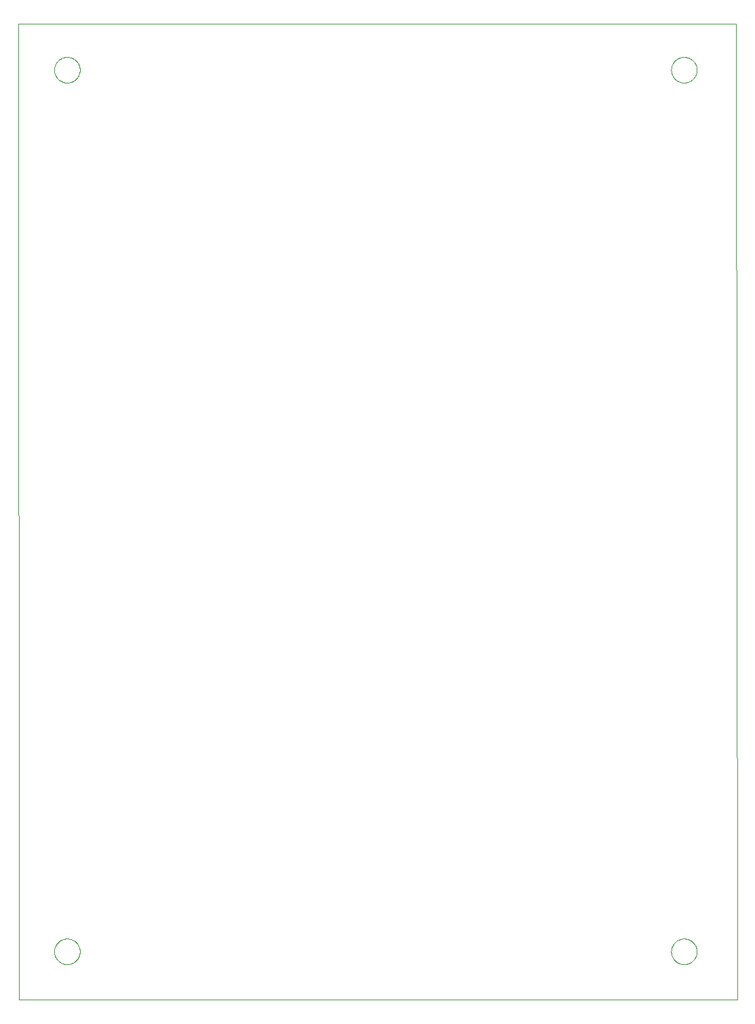
<source format=gbp>
From 5851c4758d3301851cf58e0ec3b42c7f93c7ca77 Mon Sep 17 00:00:00 2001
From: William Harrington <kb0iic@berzerkula.org>
Date: Thu, 17 May 2018 20:54:06 -0500
Subject: Populate repository from main eagle directory in user's document
 library.

---
 eagle/Arduino_TLC5940/4in7Segment.GBP | 1021 +++++++++++++++++++++++++++++++++
 1 file changed, 1021 insertions(+)
 create mode 100755 eagle/Arduino_TLC5940/4in7Segment.GBP

(limited to 'eagle/Arduino_TLC5940/4in7Segment.GBP')

diff --git a/eagle/Arduino_TLC5940/4in7Segment.GBP b/eagle/Arduino_TLC5940/4in7Segment.GBP
new file mode 100755
index 0000000..c2133ba
--- /dev/null
+++ b/eagle/Arduino_TLC5940/4in7Segment.GBP
@@ -0,0 +1,1021 @@
+G75*
+%MOIN*%
+%OFA0B0*%
+%FSLAX25Y25*%
+%IPPOS*%
+%LPD*%
+%AMOC8*
+5,1,8,0,0,1.08239X$1,22.5*
+%
+%ADD10C,0.00000*%
+D10*
+X0001500Y0005137D02*
+X0001000Y0484338D01*
+X0353921Y0484338D01*
+X0354421Y0005137D01*
+X0001500Y0005137D01*
+X0018823Y0028759D02*
+X0018825Y0028917D01*
+X0018831Y0029075D01*
+X0018841Y0029233D01*
+X0018855Y0029391D01*
+X0018873Y0029548D01*
+X0018894Y0029705D01*
+X0018920Y0029861D01*
+X0018950Y0030017D01*
+X0018983Y0030172D01*
+X0019021Y0030325D01*
+X0019062Y0030478D01*
+X0019107Y0030630D01*
+X0019156Y0030781D01*
+X0019209Y0030930D01*
+X0019265Y0031078D01*
+X0019325Y0031224D01*
+X0019389Y0031369D01*
+X0019457Y0031512D01*
+X0019528Y0031654D01*
+X0019602Y0031794D01*
+X0019680Y0031931D01*
+X0019762Y0032067D01*
+X0019846Y0032201D01*
+X0019935Y0032332D01*
+X0020026Y0032461D01*
+X0020121Y0032588D01*
+X0020218Y0032713D01*
+X0020319Y0032835D01*
+X0020423Y0032954D01*
+X0020530Y0033071D01*
+X0020640Y0033185D01*
+X0020753Y0033296D01*
+X0020868Y0033405D01*
+X0020986Y0033510D01*
+X0021107Y0033612D01*
+X0021230Y0033712D01*
+X0021356Y0033808D01*
+X0021484Y0033901D01*
+X0021614Y0033991D01*
+X0021747Y0034077D01*
+X0021882Y0034161D01*
+X0022018Y0034240D01*
+X0022157Y0034317D01*
+X0022298Y0034389D01*
+X0022440Y0034459D01*
+X0022584Y0034524D01*
+X0022730Y0034586D01*
+X0022877Y0034644D01*
+X0023026Y0034699D01*
+X0023176Y0034750D01*
+X0023327Y0034797D01*
+X0023479Y0034840D01*
+X0023632Y0034879D01*
+X0023787Y0034915D01*
+X0023942Y0034946D01*
+X0024098Y0034974D01*
+X0024254Y0034998D01*
+X0024411Y0035018D01*
+X0024569Y0035034D01*
+X0024726Y0035046D01*
+X0024885Y0035054D01*
+X0025043Y0035058D01*
+X0025201Y0035058D01*
+X0025359Y0035054D01*
+X0025518Y0035046D01*
+X0025675Y0035034D01*
+X0025833Y0035018D01*
+X0025990Y0034998D01*
+X0026146Y0034974D01*
+X0026302Y0034946D01*
+X0026457Y0034915D01*
+X0026612Y0034879D01*
+X0026765Y0034840D01*
+X0026917Y0034797D01*
+X0027068Y0034750D01*
+X0027218Y0034699D01*
+X0027367Y0034644D01*
+X0027514Y0034586D01*
+X0027660Y0034524D01*
+X0027804Y0034459D01*
+X0027946Y0034389D01*
+X0028087Y0034317D01*
+X0028226Y0034240D01*
+X0028362Y0034161D01*
+X0028497Y0034077D01*
+X0028630Y0033991D01*
+X0028760Y0033901D01*
+X0028888Y0033808D01*
+X0029014Y0033712D01*
+X0029137Y0033612D01*
+X0029258Y0033510D01*
+X0029376Y0033405D01*
+X0029491Y0033296D01*
+X0029604Y0033185D01*
+X0029714Y0033071D01*
+X0029821Y0032954D01*
+X0029925Y0032835D01*
+X0030026Y0032713D01*
+X0030123Y0032588D01*
+X0030218Y0032461D01*
+X0030309Y0032332D01*
+X0030398Y0032201D01*
+X0030482Y0032067D01*
+X0030564Y0031931D01*
+X0030642Y0031794D01*
+X0030716Y0031654D01*
+X0030787Y0031512D01*
+X0030855Y0031369D01*
+X0030919Y0031224D01*
+X0030979Y0031078D01*
+X0031035Y0030930D01*
+X0031088Y0030781D01*
+X0031137Y0030630D01*
+X0031182Y0030478D01*
+X0031223Y0030325D01*
+X0031261Y0030172D01*
+X0031294Y0030017D01*
+X0031324Y0029861D01*
+X0031350Y0029705D01*
+X0031371Y0029548D01*
+X0031389Y0029391D01*
+X0031403Y0029233D01*
+X0031413Y0029075D01*
+X0031419Y0028917D01*
+X0031421Y0028759D01*
+X0031419Y0028601D01*
+X0031413Y0028443D01*
+X0031403Y0028285D01*
+X0031389Y0028127D01*
+X0031371Y0027970D01*
+X0031350Y0027813D01*
+X0031324Y0027657D01*
+X0031294Y0027501D01*
+X0031261Y0027346D01*
+X0031223Y0027193D01*
+X0031182Y0027040D01*
+X0031137Y0026888D01*
+X0031088Y0026737D01*
+X0031035Y0026588D01*
+X0030979Y0026440D01*
+X0030919Y0026294D01*
+X0030855Y0026149D01*
+X0030787Y0026006D01*
+X0030716Y0025864D01*
+X0030642Y0025724D01*
+X0030564Y0025587D01*
+X0030482Y0025451D01*
+X0030398Y0025317D01*
+X0030309Y0025186D01*
+X0030218Y0025057D01*
+X0030123Y0024930D01*
+X0030026Y0024805D01*
+X0029925Y0024683D01*
+X0029821Y0024564D01*
+X0029714Y0024447D01*
+X0029604Y0024333D01*
+X0029491Y0024222D01*
+X0029376Y0024113D01*
+X0029258Y0024008D01*
+X0029137Y0023906D01*
+X0029014Y0023806D01*
+X0028888Y0023710D01*
+X0028760Y0023617D01*
+X0028630Y0023527D01*
+X0028497Y0023441D01*
+X0028362Y0023357D01*
+X0028226Y0023278D01*
+X0028087Y0023201D01*
+X0027946Y0023129D01*
+X0027804Y0023059D01*
+X0027660Y0022994D01*
+X0027514Y0022932D01*
+X0027367Y0022874D01*
+X0027218Y0022819D01*
+X0027068Y0022768D01*
+X0026917Y0022721D01*
+X0026765Y0022678D01*
+X0026612Y0022639D01*
+X0026457Y0022603D01*
+X0026302Y0022572D01*
+X0026146Y0022544D01*
+X0025990Y0022520D01*
+X0025833Y0022500D01*
+X0025675Y0022484D01*
+X0025518Y0022472D01*
+X0025359Y0022464D01*
+X0025201Y0022460D01*
+X0025043Y0022460D01*
+X0024885Y0022464D01*
+X0024726Y0022472D01*
+X0024569Y0022484D01*
+X0024411Y0022500D01*
+X0024254Y0022520D01*
+X0024098Y0022544D01*
+X0023942Y0022572D01*
+X0023787Y0022603D01*
+X0023632Y0022639D01*
+X0023479Y0022678D01*
+X0023327Y0022721D01*
+X0023176Y0022768D01*
+X0023026Y0022819D01*
+X0022877Y0022874D01*
+X0022730Y0022932D01*
+X0022584Y0022994D01*
+X0022440Y0023059D01*
+X0022298Y0023129D01*
+X0022157Y0023201D01*
+X0022018Y0023278D01*
+X0021882Y0023357D01*
+X0021747Y0023441D01*
+X0021614Y0023527D01*
+X0021484Y0023617D01*
+X0021356Y0023710D01*
+X0021230Y0023806D01*
+X0021107Y0023906D01*
+X0020986Y0024008D01*
+X0020868Y0024113D01*
+X0020753Y0024222D01*
+X0020640Y0024333D01*
+X0020530Y0024447D01*
+X0020423Y0024564D01*
+X0020319Y0024683D01*
+X0020218Y0024805D01*
+X0020121Y0024930D01*
+X0020026Y0025057D01*
+X0019935Y0025186D01*
+X0019846Y0025317D01*
+X0019762Y0025451D01*
+X0019680Y0025587D01*
+X0019602Y0025724D01*
+X0019528Y0025864D01*
+X0019457Y0026006D01*
+X0019389Y0026149D01*
+X0019325Y0026294D01*
+X0019265Y0026440D01*
+X0019209Y0026588D01*
+X0019156Y0026737D01*
+X0019107Y0026888D01*
+X0019062Y0027040D01*
+X0019021Y0027193D01*
+X0018983Y0027346D01*
+X0018950Y0027501D01*
+X0018920Y0027657D01*
+X0018894Y0027813D01*
+X0018873Y0027970D01*
+X0018855Y0028127D01*
+X0018841Y0028285D01*
+X0018831Y0028443D01*
+X0018825Y0028601D01*
+X0018823Y0028759D01*
+X0321973Y0028759D02*
+X0321975Y0028917D01*
+X0321981Y0029075D01*
+X0321991Y0029233D01*
+X0322005Y0029391D01*
+X0322023Y0029548D01*
+X0322044Y0029705D01*
+X0322070Y0029861D01*
+X0322100Y0030017D01*
+X0322133Y0030172D01*
+X0322171Y0030325D01*
+X0322212Y0030478D01*
+X0322257Y0030630D01*
+X0322306Y0030781D01*
+X0322359Y0030930D01*
+X0322415Y0031078D01*
+X0322475Y0031224D01*
+X0322539Y0031369D01*
+X0322607Y0031512D01*
+X0322678Y0031654D01*
+X0322752Y0031794D01*
+X0322830Y0031931D01*
+X0322912Y0032067D01*
+X0322996Y0032201D01*
+X0323085Y0032332D01*
+X0323176Y0032461D01*
+X0323271Y0032588D01*
+X0323368Y0032713D01*
+X0323469Y0032835D01*
+X0323573Y0032954D01*
+X0323680Y0033071D01*
+X0323790Y0033185D01*
+X0323903Y0033296D01*
+X0324018Y0033405D01*
+X0324136Y0033510D01*
+X0324257Y0033612D01*
+X0324380Y0033712D01*
+X0324506Y0033808D01*
+X0324634Y0033901D01*
+X0324764Y0033991D01*
+X0324897Y0034077D01*
+X0325032Y0034161D01*
+X0325168Y0034240D01*
+X0325307Y0034317D01*
+X0325448Y0034389D01*
+X0325590Y0034459D01*
+X0325734Y0034524D01*
+X0325880Y0034586D01*
+X0326027Y0034644D01*
+X0326176Y0034699D01*
+X0326326Y0034750D01*
+X0326477Y0034797D01*
+X0326629Y0034840D01*
+X0326782Y0034879D01*
+X0326937Y0034915D01*
+X0327092Y0034946D01*
+X0327248Y0034974D01*
+X0327404Y0034998D01*
+X0327561Y0035018D01*
+X0327719Y0035034D01*
+X0327876Y0035046D01*
+X0328035Y0035054D01*
+X0328193Y0035058D01*
+X0328351Y0035058D01*
+X0328509Y0035054D01*
+X0328668Y0035046D01*
+X0328825Y0035034D01*
+X0328983Y0035018D01*
+X0329140Y0034998D01*
+X0329296Y0034974D01*
+X0329452Y0034946D01*
+X0329607Y0034915D01*
+X0329762Y0034879D01*
+X0329915Y0034840D01*
+X0330067Y0034797D01*
+X0330218Y0034750D01*
+X0330368Y0034699D01*
+X0330517Y0034644D01*
+X0330664Y0034586D01*
+X0330810Y0034524D01*
+X0330954Y0034459D01*
+X0331096Y0034389D01*
+X0331237Y0034317D01*
+X0331376Y0034240D01*
+X0331512Y0034161D01*
+X0331647Y0034077D01*
+X0331780Y0033991D01*
+X0331910Y0033901D01*
+X0332038Y0033808D01*
+X0332164Y0033712D01*
+X0332287Y0033612D01*
+X0332408Y0033510D01*
+X0332526Y0033405D01*
+X0332641Y0033296D01*
+X0332754Y0033185D01*
+X0332864Y0033071D01*
+X0332971Y0032954D01*
+X0333075Y0032835D01*
+X0333176Y0032713D01*
+X0333273Y0032588D01*
+X0333368Y0032461D01*
+X0333459Y0032332D01*
+X0333548Y0032201D01*
+X0333632Y0032067D01*
+X0333714Y0031931D01*
+X0333792Y0031794D01*
+X0333866Y0031654D01*
+X0333937Y0031512D01*
+X0334005Y0031369D01*
+X0334069Y0031224D01*
+X0334129Y0031078D01*
+X0334185Y0030930D01*
+X0334238Y0030781D01*
+X0334287Y0030630D01*
+X0334332Y0030478D01*
+X0334373Y0030325D01*
+X0334411Y0030172D01*
+X0334444Y0030017D01*
+X0334474Y0029861D01*
+X0334500Y0029705D01*
+X0334521Y0029548D01*
+X0334539Y0029391D01*
+X0334553Y0029233D01*
+X0334563Y0029075D01*
+X0334569Y0028917D01*
+X0334571Y0028759D01*
+X0334569Y0028601D01*
+X0334563Y0028443D01*
+X0334553Y0028285D01*
+X0334539Y0028127D01*
+X0334521Y0027970D01*
+X0334500Y0027813D01*
+X0334474Y0027657D01*
+X0334444Y0027501D01*
+X0334411Y0027346D01*
+X0334373Y0027193D01*
+X0334332Y0027040D01*
+X0334287Y0026888D01*
+X0334238Y0026737D01*
+X0334185Y0026588D01*
+X0334129Y0026440D01*
+X0334069Y0026294D01*
+X0334005Y0026149D01*
+X0333937Y0026006D01*
+X0333866Y0025864D01*
+X0333792Y0025724D01*
+X0333714Y0025587D01*
+X0333632Y0025451D01*
+X0333548Y0025317D01*
+X0333459Y0025186D01*
+X0333368Y0025057D01*
+X0333273Y0024930D01*
+X0333176Y0024805D01*
+X0333075Y0024683D01*
+X0332971Y0024564D01*
+X0332864Y0024447D01*
+X0332754Y0024333D01*
+X0332641Y0024222D01*
+X0332526Y0024113D01*
+X0332408Y0024008D01*
+X0332287Y0023906D01*
+X0332164Y0023806D01*
+X0332038Y0023710D01*
+X0331910Y0023617D01*
+X0331780Y0023527D01*
+X0331647Y0023441D01*
+X0331512Y0023357D01*
+X0331376Y0023278D01*
+X0331237Y0023201D01*
+X0331096Y0023129D01*
+X0330954Y0023059D01*
+X0330810Y0022994D01*
+X0330664Y0022932D01*
+X0330517Y0022874D01*
+X0330368Y0022819D01*
+X0330218Y0022768D01*
+X0330067Y0022721D01*
+X0329915Y0022678D01*
+X0329762Y0022639D01*
+X0329607Y0022603D01*
+X0329452Y0022572D01*
+X0329296Y0022544D01*
+X0329140Y0022520D01*
+X0328983Y0022500D01*
+X0328825Y0022484D01*
+X0328668Y0022472D01*
+X0328509Y0022464D01*
+X0328351Y0022460D01*
+X0328193Y0022460D01*
+X0328035Y0022464D01*
+X0327876Y0022472D01*
+X0327719Y0022484D01*
+X0327561Y0022500D01*
+X0327404Y0022520D01*
+X0327248Y0022544D01*
+X0327092Y0022572D01*
+X0326937Y0022603D01*
+X0326782Y0022639D01*
+X0326629Y0022678D01*
+X0326477Y0022721D01*
+X0326326Y0022768D01*
+X0326176Y0022819D01*
+X0326027Y0022874D01*
+X0325880Y0022932D01*
+X0325734Y0022994D01*
+X0325590Y0023059D01*
+X0325448Y0023129D01*
+X0325307Y0023201D01*
+X0325168Y0023278D01*
+X0325032Y0023357D01*
+X0324897Y0023441D01*
+X0324764Y0023527D01*
+X0324634Y0023617D01*
+X0324506Y0023710D01*
+X0324380Y0023806D01*
+X0324257Y0023906D01*
+X0324136Y0024008D01*
+X0324018Y0024113D01*
+X0323903Y0024222D01*
+X0323790Y0024333D01*
+X0323680Y0024447D01*
+X0323573Y0024564D01*
+X0323469Y0024683D01*
+X0323368Y0024805D01*
+X0323271Y0024930D01*
+X0323176Y0025057D01*
+X0323085Y0025186D01*
+X0322996Y0025317D01*
+X0322912Y0025451D01*
+X0322830Y0025587D01*
+X0322752Y0025724D01*
+X0322678Y0025864D01*
+X0322607Y0026006D01*
+X0322539Y0026149D01*
+X0322475Y0026294D01*
+X0322415Y0026440D01*
+X0322359Y0026588D01*
+X0322306Y0026737D01*
+X0322257Y0026888D01*
+X0322212Y0027040D01*
+X0322171Y0027193D01*
+X0322133Y0027346D01*
+X0322100Y0027501D01*
+X0322070Y0027657D01*
+X0322044Y0027813D01*
+X0322023Y0027970D01*
+X0322005Y0028127D01*
+X0321991Y0028285D01*
+X0321981Y0028443D01*
+X0321975Y0028601D01*
+X0321973Y0028759D01*
+X0321973Y0461830D02*
+X0321975Y0461988D01*
+X0321981Y0462146D01*
+X0321991Y0462304D01*
+X0322005Y0462462D01*
+X0322023Y0462619D01*
+X0322044Y0462776D01*
+X0322070Y0462932D01*
+X0322100Y0463088D01*
+X0322133Y0463243D01*
+X0322171Y0463396D01*
+X0322212Y0463549D01*
+X0322257Y0463701D01*
+X0322306Y0463852D01*
+X0322359Y0464001D01*
+X0322415Y0464149D01*
+X0322475Y0464295D01*
+X0322539Y0464440D01*
+X0322607Y0464583D01*
+X0322678Y0464725D01*
+X0322752Y0464865D01*
+X0322830Y0465002D01*
+X0322912Y0465138D01*
+X0322996Y0465272D01*
+X0323085Y0465403D01*
+X0323176Y0465532D01*
+X0323271Y0465659D01*
+X0323368Y0465784D01*
+X0323469Y0465906D01*
+X0323573Y0466025D01*
+X0323680Y0466142D01*
+X0323790Y0466256D01*
+X0323903Y0466367D01*
+X0324018Y0466476D01*
+X0324136Y0466581D01*
+X0324257Y0466683D01*
+X0324380Y0466783D01*
+X0324506Y0466879D01*
+X0324634Y0466972D01*
+X0324764Y0467062D01*
+X0324897Y0467148D01*
+X0325032Y0467232D01*
+X0325168Y0467311D01*
+X0325307Y0467388D01*
+X0325448Y0467460D01*
+X0325590Y0467530D01*
+X0325734Y0467595D01*
+X0325880Y0467657D01*
+X0326027Y0467715D01*
+X0326176Y0467770D01*
+X0326326Y0467821D01*
+X0326477Y0467868D01*
+X0326629Y0467911D01*
+X0326782Y0467950D01*
+X0326937Y0467986D01*
+X0327092Y0468017D01*
+X0327248Y0468045D01*
+X0327404Y0468069D01*
+X0327561Y0468089D01*
+X0327719Y0468105D01*
+X0327876Y0468117D01*
+X0328035Y0468125D01*
+X0328193Y0468129D01*
+X0328351Y0468129D01*
+X0328509Y0468125D01*
+X0328668Y0468117D01*
+X0328825Y0468105D01*
+X0328983Y0468089D01*
+X0329140Y0468069D01*
+X0329296Y0468045D01*
+X0329452Y0468017D01*
+X0329607Y0467986D01*
+X0329762Y0467950D01*
+X0329915Y0467911D01*
+X0330067Y0467868D01*
+X0330218Y0467821D01*
+X0330368Y0467770D01*
+X0330517Y0467715D01*
+X0330664Y0467657D01*
+X0330810Y0467595D01*
+X0330954Y0467530D01*
+X0331096Y0467460D01*
+X0331237Y0467388D01*
+X0331376Y0467311D01*
+X0331512Y0467232D01*
+X0331647Y0467148D01*
+X0331780Y0467062D01*
+X0331910Y0466972D01*
+X0332038Y0466879D01*
+X0332164Y0466783D01*
+X0332287Y0466683D01*
+X0332408Y0466581D01*
+X0332526Y0466476D01*
+X0332641Y0466367D01*
+X0332754Y0466256D01*
+X0332864Y0466142D01*
+X0332971Y0466025D01*
+X0333075Y0465906D01*
+X0333176Y0465784D01*
+X0333273Y0465659D01*
+X0333368Y0465532D01*
+X0333459Y0465403D01*
+X0333548Y0465272D01*
+X0333632Y0465138D01*
+X0333714Y0465002D01*
+X0333792Y0464865D01*
+X0333866Y0464725D01*
+X0333937Y0464583D01*
+X0334005Y0464440D01*
+X0334069Y0464295D01*
+X0334129Y0464149D01*
+X0334185Y0464001D01*
+X0334238Y0463852D01*
+X0334287Y0463701D01*
+X0334332Y0463549D01*
+X0334373Y0463396D01*
+X0334411Y0463243D01*
+X0334444Y0463088D01*
+X0334474Y0462932D01*
+X0334500Y0462776D01*
+X0334521Y0462619D01*
+X0334539Y0462462D01*
+X0334553Y0462304D01*
+X0334563Y0462146D01*
+X0334569Y0461988D01*
+X0334571Y0461830D01*
+X0334569Y0461672D01*
+X0334563Y0461514D01*
+X0334553Y0461356D01*
+X0334539Y0461198D01*
+X0334521Y0461041D01*
+X0334500Y0460884D01*
+X0334474Y0460728D01*
+X0334444Y0460572D01*
+X0334411Y0460417D01*
+X0334373Y0460264D01*
+X0334332Y0460111D01*
+X0334287Y0459959D01*
+X0334238Y0459808D01*
+X0334185Y0459659D01*
+X0334129Y0459511D01*
+X0334069Y0459365D01*
+X0334005Y0459220D01*
+X0333937Y0459077D01*
+X0333866Y0458935D01*
+X0333792Y0458795D01*
+X0333714Y0458658D01*
+X0333632Y0458522D01*
+X0333548Y0458388D01*
+X0333459Y0458257D01*
+X0333368Y0458128D01*
+X0333273Y0458001D01*
+X0333176Y0457876D01*
+X0333075Y0457754D01*
+X0332971Y0457635D01*
+X0332864Y0457518D01*
+X0332754Y0457404D01*
+X0332641Y0457293D01*
+X0332526Y0457184D01*
+X0332408Y0457079D01*
+X0332287Y0456977D01*
+X0332164Y0456877D01*
+X0332038Y0456781D01*
+X0331910Y0456688D01*
+X0331780Y0456598D01*
+X0331647Y0456512D01*
+X0331512Y0456428D01*
+X0331376Y0456349D01*
+X0331237Y0456272D01*
+X0331096Y0456200D01*
+X0330954Y0456130D01*
+X0330810Y0456065D01*
+X0330664Y0456003D01*
+X0330517Y0455945D01*
+X0330368Y0455890D01*
+X0330218Y0455839D01*
+X0330067Y0455792D01*
+X0329915Y0455749D01*
+X0329762Y0455710D01*
+X0329607Y0455674D01*
+X0329452Y0455643D01*
+X0329296Y0455615D01*
+X0329140Y0455591D01*
+X0328983Y0455571D01*
+X0328825Y0455555D01*
+X0328668Y0455543D01*
+X0328509Y0455535D01*
+X0328351Y0455531D01*
+X0328193Y0455531D01*
+X0328035Y0455535D01*
+X0327876Y0455543D01*
+X0327719Y0455555D01*
+X0327561Y0455571D01*
+X0327404Y0455591D01*
+X0327248Y0455615D01*
+X0327092Y0455643D01*
+X0326937Y0455674D01*
+X0326782Y0455710D01*
+X0326629Y0455749D01*
+X0326477Y0455792D01*
+X0326326Y0455839D01*
+X0326176Y0455890D01*
+X0326027Y0455945D01*
+X0325880Y0456003D01*
+X0325734Y0456065D01*
+X0325590Y0456130D01*
+X0325448Y0456200D01*
+X0325307Y0456272D01*
+X0325168Y0456349D01*
+X0325032Y0456428D01*
+X0324897Y0456512D01*
+X0324764Y0456598D01*
+X0324634Y0456688D01*
+X0324506Y0456781D01*
+X0324380Y0456877D01*
+X0324257Y0456977D01*
+X0324136Y0457079D01*
+X0324018Y0457184D01*
+X0323903Y0457293D01*
+X0323790Y0457404D01*
+X0323680Y0457518D01*
+X0323573Y0457635D01*
+X0323469Y0457754D01*
+X0323368Y0457876D01*
+X0323271Y0458001D01*
+X0323176Y0458128D01*
+X0323085Y0458257D01*
+X0322996Y0458388D01*
+X0322912Y0458522D01*
+X0322830Y0458658D01*
+X0322752Y0458795D01*
+X0322678Y0458935D01*
+X0322607Y0459077D01*
+X0322539Y0459220D01*
+X0322475Y0459365D01*
+X0322415Y0459511D01*
+X0322359Y0459659D01*
+X0322306Y0459808D01*
+X0322257Y0459959D01*
+X0322212Y0460111D01*
+X0322171Y0460264D01*
+X0322133Y0460417D01*
+X0322100Y0460572D01*
+X0322070Y0460728D01*
+X0322044Y0460884D01*
+X0322023Y0461041D01*
+X0322005Y0461198D01*
+X0321991Y0461356D01*
+X0321981Y0461514D01*
+X0321975Y0461672D01*
+X0321973Y0461830D01*
+X0018823Y0461830D02*
+X0018825Y0461988D01*
+X0018831Y0462146D01*
+X0018841Y0462304D01*
+X0018855Y0462462D01*
+X0018873Y0462619D01*
+X0018894Y0462776D01*
+X0018920Y0462932D01*
+X0018950Y0463088D01*
+X0018983Y0463243D01*
+X0019021Y0463396D01*
+X0019062Y0463549D01*
+X0019107Y0463701D01*
+X0019156Y0463852D01*
+X0019209Y0464001D01*
+X0019265Y0464149D01*
+X0019325Y0464295D01*
+X0019389Y0464440D01*
+X0019457Y0464583D01*
+X0019528Y0464725D01*
+X0019602Y0464865D01*
+X0019680Y0465002D01*
+X0019762Y0465138D01*
+X0019846Y0465272D01*
+X0019935Y0465403D01*
+X0020026Y0465532D01*
+X0020121Y0465659D01*
+X0020218Y0465784D01*
+X0020319Y0465906D01*
+X0020423Y0466025D01*
+X0020530Y0466142D01*
+X0020640Y0466256D01*
+X0020753Y0466367D01*
+X0020868Y0466476D01*
+X0020986Y0466581D01*
+X0021107Y0466683D01*
+X0021230Y0466783D01*
+X0021356Y0466879D01*
+X0021484Y0466972D01*
+X0021614Y0467062D01*
+X0021747Y0467148D01*
+X0021882Y0467232D01*
+X0022018Y0467311D01*
+X0022157Y0467388D01*
+X0022298Y0467460D01*
+X0022440Y0467530D01*
+X0022584Y0467595D01*
+X0022730Y0467657D01*
+X0022877Y0467715D01*
+X0023026Y0467770D01*
+X0023176Y0467821D01*
+X0023327Y0467868D01*
+X0023479Y0467911D01*
+X0023632Y0467950D01*
+X0023787Y0467986D01*
+X0023942Y0468017D01*
+X0024098Y0468045D01*
+X0024254Y0468069D01*
+X0024411Y0468089D01*
+X0024569Y0468105D01*
+X0024726Y0468117D01*
+X0024885Y0468125D01*
+X0025043Y0468129D01*
+X0025201Y0468129D01*
+X0025359Y0468125D01*
+X0025518Y0468117D01*
+X0025675Y0468105D01*
+X0025833Y0468089D01*
+X0025990Y0468069D01*
+X0026146Y0468045D01*
+X0026302Y0468017D01*
+X0026457Y0467986D01*
+X0026612Y0467950D01*
+X0026765Y0467911D01*
+X0026917Y0467868D01*
+X0027068Y0467821D01*
+X0027218Y0467770D01*
+X0027367Y0467715D01*
+X0027514Y0467657D01*
+X0027660Y0467595D01*
+X0027804Y0467530D01*
+X0027946Y0467460D01*
+X0028087Y0467388D01*
+X0028226Y0467311D01*
+X0028362Y0467232D01*
+X0028497Y0467148D01*
+X0028630Y0467062D01*
+X0028760Y0466972D01*
+X0028888Y0466879D01*
+X0029014Y0466783D01*
+X0029137Y0466683D01*
+X0029258Y0466581D01*
+X0029376Y0466476D01*
+X0029491Y0466367D01*
+X0029604Y0466256D01*
+X0029714Y0466142D01*
+X0029821Y0466025D01*
+X0029925Y0465906D01*
+X0030026Y0465784D01*
+X0030123Y0465659D01*
+X0030218Y0465532D01*
+X0030309Y0465403D01*
+X0030398Y0465272D01*
+X0030482Y0465138D01*
+X0030564Y0465002D01*
+X0030642Y0464865D01*
+X0030716Y0464725D01*
+X0030787Y0464583D01*
+X0030855Y0464440D01*
+X0030919Y0464295D01*
+X0030979Y0464149D01*
+X0031035Y0464001D01*
+X0031088Y0463852D01*
+X0031137Y0463701D01*
+X0031182Y0463549D01*
+X0031223Y0463396D01*
+X0031261Y0463243D01*
+X0031294Y0463088D01*
+X0031324Y0462932D01*
+X0031350Y0462776D01*
+X0031371Y0462619D01*
+X0031389Y0462462D01*
+X0031403Y0462304D01*
+X0031413Y0462146D01*
+X0031419Y0461988D01*
+X0031421Y0461830D01*
+X0031419Y0461672D01*
+X0031413Y0461514D01*
+X0031403Y0461356D01*
+X0031389Y0461198D01*
+X0031371Y0461041D01*
+X0031350Y0460884D01*
+X0031324Y0460728D01*
+X0031294Y0460572D01*
+X0031261Y0460417D01*
+X0031223Y0460264D01*
+X0031182Y0460111D01*
+X0031137Y0459959D01*
+X0031088Y0459808D01*
+X0031035Y0459659D01*
+X0030979Y0459511D01*
+X0030919Y0459365D01*
+X0030855Y0459220D01*
+X0030787Y0459077D01*
+X0030716Y0458935D01*
+X0030642Y0458795D01*
+X0030564Y0458658D01*
+X0030482Y0458522D01*
+X0030398Y0458388D01*
+X0030309Y0458257D01*
+X0030218Y0458128D01*
+X0030123Y0458001D01*
+X0030026Y0457876D01*
+X0029925Y0457754D01*
+X0029821Y0457635D01*
+X0029714Y0457518D01*
+X0029604Y0457404D01*
+X0029491Y0457293D01*
+X0029376Y0457184D01*
+X0029258Y0457079D01*
+X0029137Y0456977D01*
+X0029014Y0456877D01*
+X0028888Y0456781D01*
+X0028760Y0456688D01*
+X0028630Y0456598D01*
+X0028497Y0456512D01*
+X0028362Y0456428D01*
+X0028226Y0456349D01*
+X0028087Y0456272D01*
+X0027946Y0456200D01*
+X0027804Y0456130D01*
+X0027660Y0456065D01*
+X0027514Y0456003D01*
+X0027367Y0455945D01*
+X0027218Y0455890D01*
+X0027068Y0455839D01*
+X0026917Y0455792D01*
+X0026765Y0455749D01*
+X0026612Y0455710D01*
+X0026457Y0455674D01*
+X0026302Y0455643D01*
+X0026146Y0455615D01*
+X0025990Y0455591D01*
+X0025833Y0455571D01*
+X0025675Y0455555D01*
+X0025518Y0455543D01*
+X0025359Y0455535D01*
+X0025201Y0455531D01*
+X0025043Y0455531D01*
+X0024885Y0455535D01*
+X0024726Y0455543D01*
+X0024569Y0455555D01*
+X0024411Y0455571D01*
+X0024254Y0455591D01*
+X0024098Y0455615D01*
+X0023942Y0455643D01*
+X0023787Y0455674D01*
+X0023632Y0455710D01*
+X0023479Y0455749D01*
+X0023327Y0455792D01*
+X0023176Y0455839D01*
+X0023026Y0455890D01*
+X0022877Y0455945D01*
+X0022730Y0456003D01*
+X0022584Y0456065D01*
+X0022440Y0456130D01*
+X0022298Y0456200D01*
+X0022157Y0456272D01*
+X0022018Y0456349D01*
+X0021882Y0456428D01*
+X0021747Y0456512D01*
+X0021614Y0456598D01*
+X0021484Y0456688D01*
+X0021356Y0456781D01*
+X0021230Y0456877D01*
+X0021107Y0456977D01*
+X0020986Y0457079D01*
+X0020868Y0457184D01*
+X0020753Y0457293D01*
+X0020640Y0457404D01*
+X0020530Y0457518D01*
+X0020423Y0457635D01*
+X0020319Y0457754D01*
+X0020218Y0457876D01*
+X0020121Y0458001D01*
+X0020026Y0458128D01*
+X0019935Y0458257D01*
+X0019846Y0458388D01*
+X0019762Y0458522D01*
+X0019680Y0458658D01*
+X0019602Y0458795D01*
+X0019528Y0458935D01*
+X0019457Y0459077D01*
+X0019389Y0459220D01*
+X0019325Y0459365D01*
+X0019265Y0459511D01*
+X0019209Y0459659D01*
+X0019156Y0459808D01*
+X0019107Y0459959D01*
+X0019062Y0460111D01*
+X0019021Y0460264D01*
+X0018983Y0460417D01*
+X0018950Y0460572D01*
+X0018920Y0460728D01*
+X0018894Y0460884D01*
+X0018873Y0461041D01*
+X0018855Y0461198D01*
+X0018841Y0461356D01*
+X0018831Y0461514D01*
+X0018825Y0461672D01*
+X0018823Y0461830D01*
+M02*
-- 
cgit v1.2.3-54-g00ecf


</source>
